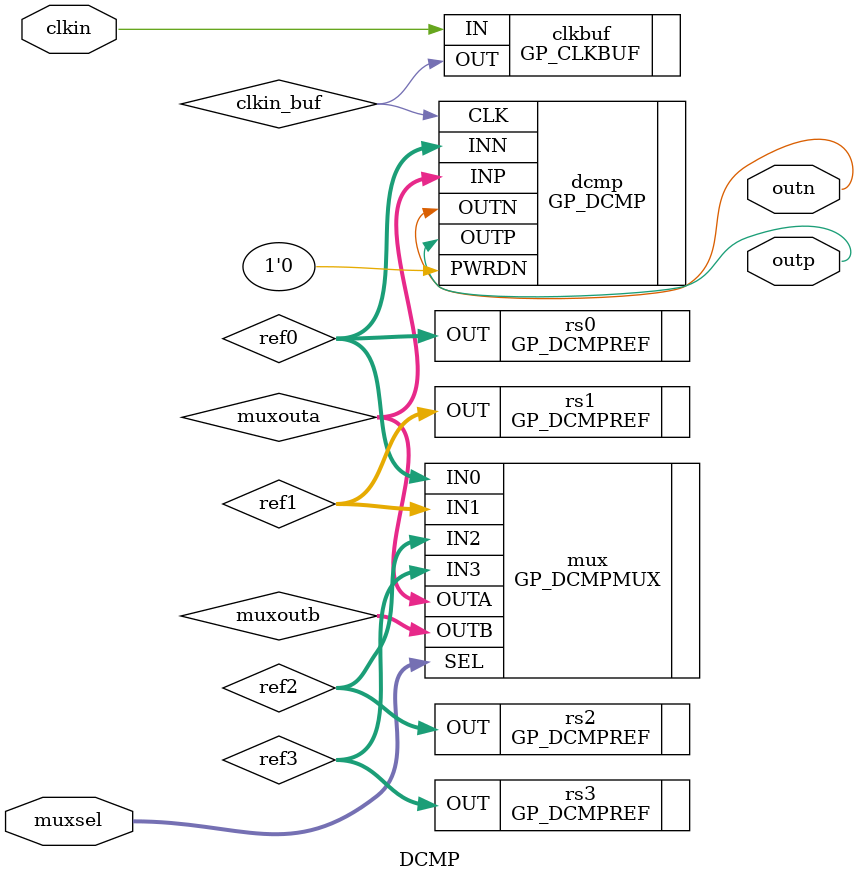
<source format=v>
/***********************************************************************************************************************
 * Copyright (C) 2016 Andrew Zonenberg and contributors                                                                *
 *                                                                                                                     *
 * This program is free software; you can redistribute it and/or modify it under the terms of the GNU Lesser General   *
 * Public License as published by the Free Software Foundation; either version 2.1 of the License, or (at your option) *
 * any later version.                                                                                                  *
 *                                                                                                                     *
 * This program is distributed in the hope that it will be useful, but WITHOUT ANY WARRANTY; without even the implied  *
 * warranty of MERCHANTABILITY or FITNESS FOR A PARTICULAR PURPOSE.  See the GNU Lesser General Public License for     *
 * more details.                                                                                                       *
 *                                                                                                                     *
 * You should have received a copy of the GNU Lesser General Public License along with this program; if not, you may   *
 * find one here:                                                                                                      *
 * https://www.gnu.org/licenses/old-licenses/lgpl-2.1.txt                                                              *
 * or you may search the http://www.gnu.org website for the version 2.1 license, or you may write to the Free Software *
 * Foundation, Inc., 51 Franklin Street, Fifth Floor, Boston, MA  02110-1301, USA                                      *
 **********************************************************************************************************************/

`default_nettype none

/**
	INPUTS:
		FIXME

	OUTPUTS:
		FIXME

	TEST PROCEDURE:
		FIXME
 */
module DCMP(muxsel, outp, outn, clkin);

	////////////////////////////////////////////////////////////////////////////////////////////////////////////////////
	// I/O declarations

	(* LOC = "P20 P19" *)
	input wire[1:0] muxsel;

	(* LOC = "P18" *)
	output wire outp;

	(* LOC = "P17" *)
	output wire outn;

	(* LOC = "P3" *)
	input wire clkin;

	////////////////////////////////////////////////////////////////////////////////////////////////////////////////////
	// System reset stuff

	//Power-on reset
	wire por_done;
	GP_POR #(
		.POR_TIME(500)
	) por (
		.RST_DONE(por_done)
	);

	////////////////////////////////////////////////////////////////////////////////////////////////////////////////////
	// Reference inputs to the DCMP

	wire[7:0] ref0;
	wire[7:0] ref1;
	wire[7:0] ref2;
	wire[7:0] ref3;

	GP_DCMPREF #(.REF_VAL(8'h40)) rs0(.OUT(ref0));
	GP_DCMPREF #(.REF_VAL(8'h80)) rs1(.OUT(ref1));
	GP_DCMPREF #(.REF_VAL(8'hc0)) rs2(.OUT(ref2));
	GP_DCMPREF #(.REF_VAL(8'hf0)) rs3(.OUT(ref3));

	wire[7:0] muxouta;
	wire[7:0] muxoutb;
	GP_DCMPMUX mux(
		.SEL(muxsel),
		.OUTA(muxouta),
		.OUTB(muxoutb),
		.IN0(ref0),
		.IN1(ref1),
		.IN2(ref2),
		.IN3(ref3));

	////////////////////////////////////////////////////////////////////////////////////////////////////////////////////
	// Buffer the input clock

	wire clkin_buf;
	GP_CLKBUF clkbuf (
		.IN(clkin),
		.OUT(clkin_buf));

	////////////////////////////////////////////////////////////////////////////////////////////////////////////////////
	// The DCMP itself

	GP_DCMP dcmp(
		.INP(muxouta),
		.INN(ref0),
		.CLK(clkin_buf),
		.PWRDN(1'b0),
		.OUTP(outp),
		.OUTN(outn)
		);

endmodule

</source>
